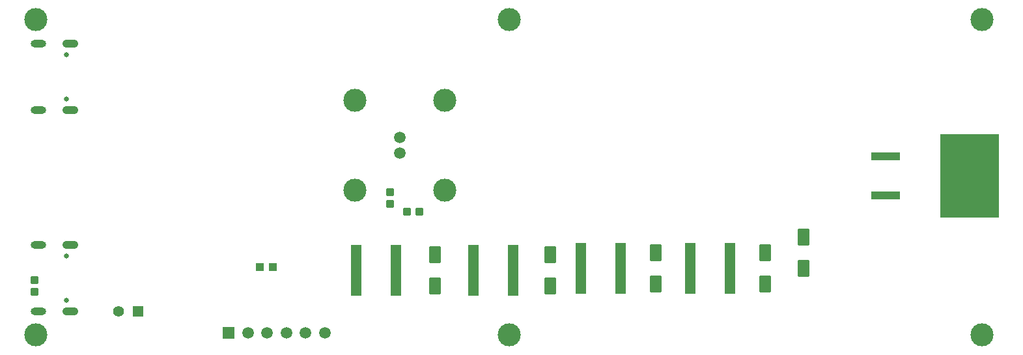
<source format=gbr>
%TF.GenerationSoftware,Altium Limited,Altium Designer,23.4.1 (23)*%
G04 Layer_Color=255*
%FSLAX45Y45*%
%MOMM*%
%TF.SameCoordinates,576A2805-CD40-4E5C-B7A3-750DB6231075*%
%TF.FilePolarity,Positive*%
%TF.FileFunction,Pads,Bot*%
%TF.Part,Single*%
G01*
G75*
%TA.AperFunction,SMDPad,CuDef*%
%ADD12R,1.10000X1.00000*%
G04:AMPARAMS|DCode=15|XSize=0.94mm|YSize=1.02mm|CornerRadius=0.094mm|HoleSize=0mm|Usage=FLASHONLY|Rotation=270.000|XOffset=0mm|YOffset=0mm|HoleType=Round|Shape=RoundedRectangle|*
%AMROUNDEDRECTD15*
21,1,0.94000,0.83200,0,0,270.0*
21,1,0.75200,1.02000,0,0,270.0*
1,1,0.18800,-0.41600,-0.37600*
1,1,0.18800,-0.41600,0.37600*
1,1,0.18800,0.41600,0.37600*
1,1,0.18800,0.41600,-0.37600*
%
%ADD15ROUNDEDRECTD15*%
G04:AMPARAMS|DCode=16|XSize=0.94mm|YSize=1.02mm|CornerRadius=0.094mm|HoleSize=0mm|Usage=FLASHONLY|Rotation=180.000|XOffset=0mm|YOffset=0mm|HoleType=Round|Shape=RoundedRectangle|*
%AMROUNDEDRECTD16*
21,1,0.94000,0.83200,0,0,180.0*
21,1,0.75200,1.02000,0,0,180.0*
1,1,0.18800,-0.37600,0.41600*
1,1,0.18800,0.37600,0.41600*
1,1,0.18800,0.37600,-0.41600*
1,1,0.18800,-0.37600,-0.41600*
%
%ADD16ROUNDEDRECTD16*%
G04:AMPARAMS|DCode=32|XSize=2.21mm|YSize=1.53mm|CornerRadius=0.11475mm|HoleSize=0mm|Usage=FLASHONLY|Rotation=270.000|XOffset=0mm|YOffset=0mm|HoleType=Round|Shape=RoundedRectangle|*
%AMROUNDEDRECTD32*
21,1,2.21000,1.30050,0,0,270.0*
21,1,1.98050,1.53000,0,0,270.0*
1,1,0.22950,-0.65025,-0.99025*
1,1,0.22950,-0.65025,0.99025*
1,1,0.22950,0.65025,0.99025*
1,1,0.22950,0.65025,-0.99025*
%
%ADD32ROUNDEDRECTD32*%
%TA.AperFunction,ComponentPad*%
%ADD36C,3.00000*%
%ADD37C,1.50000*%
%TA.AperFunction,ViaPad*%
%ADD38C,3.00000*%
%TA.AperFunction,ComponentPad*%
%ADD39C,0.65000*%
%ADD40O,2.10000X1.05000*%
%ADD41O,2.00000X1.00000*%
%ADD42C,1.50800*%
%ADD43R,1.50800X1.50800*%
%ADD44C,1.39700*%
%ADD45R,1.39700X1.39700*%
%TA.AperFunction,SMDPad,CuDef*%
%ADD47R,1.36000X6.61000*%
%ADD48R,7.62000X10.84000*%
%ADD49R,3.79000X1.06000*%
D12*
X3165000Y1080000D02*
D03*
X3335000D02*
D03*
D15*
X4851400Y1902200D02*
D03*
Y2060200D02*
D03*
X228600Y759200D02*
D03*
Y917200D02*
D03*
D16*
X5235200Y1803400D02*
D03*
X5077200D02*
D03*
D32*
X10227800Y1471800D02*
D03*
Y1061800D02*
D03*
X9728200Y1271800D02*
D03*
Y861800D02*
D03*
X8305800D02*
D03*
Y1271800D02*
D03*
X6934200Y1246400D02*
D03*
Y836400D02*
D03*
X5435600D02*
D03*
Y1246400D02*
D03*
D36*
X4395400Y2082400D02*
D03*
Y3249400D02*
D03*
X5562400Y2082400D02*
D03*
Y3249400D02*
D03*
D37*
X4978400Y2766400D02*
D03*
Y2565400D02*
D03*
D38*
X6400000Y4300000D02*
D03*
Y200000D02*
D03*
X250000Y4300000D02*
D03*
X12550000Y200000D02*
D03*
X250000D02*
D03*
X12550000Y4300000D02*
D03*
D39*
X647400Y1228800D02*
D03*
Y650800D02*
D03*
Y3845000D02*
D03*
Y3267000D02*
D03*
D40*
X697400Y507800D02*
D03*
Y1371800D02*
D03*
Y3124000D02*
D03*
Y3988000D02*
D03*
D41*
X279400Y507800D02*
D03*
Y1371800D02*
D03*
Y3124000D02*
D03*
Y3988000D02*
D03*
D42*
X4005200Y228600D02*
D03*
X3755200D02*
D03*
X3505200D02*
D03*
X3255200D02*
D03*
X3005200D02*
D03*
D43*
X2755200D02*
D03*
D44*
X1320800Y508000D02*
D03*
D45*
X1574800D02*
D03*
D47*
X4933200Y1041400D02*
D03*
X4414000D02*
D03*
X6457200D02*
D03*
X5938000D02*
D03*
X7854200Y1066800D02*
D03*
X7335000D02*
D03*
X9276600D02*
D03*
X8757400D02*
D03*
D48*
X12386000Y2270800D02*
D03*
D49*
X11298000Y2524800D02*
D03*
Y2016800D02*
D03*
%TF.MD5,3564df039b44ef5e14eff0f9bd9b81f7*%
M02*

</source>
